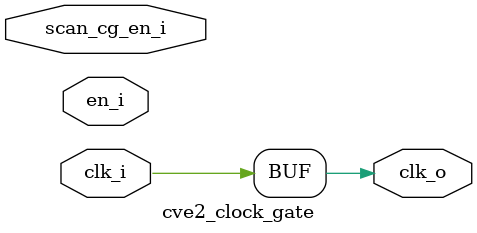
<source format=v>
module cve2_clock_gate(
    input  wire clk_i,
    input  wire en_i,
    input  wire scan_cg_en_i,
    output wire clk_o
);
    // For FPGA, use clock enables instead of gating. Pass-through clock.
    assign clk_o = clk_i;
endmodule

</source>
